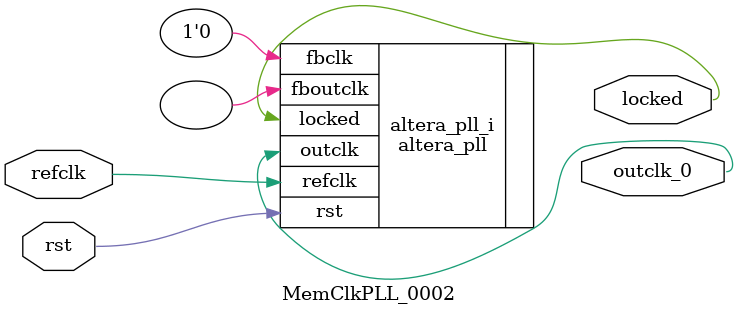
<source format=v>
`timescale 1ns/10ps
module  MemClkPLL_0002(

	// interface 'refclk'
	input wire refclk,

	// interface 'reset'
	input wire rst,

	// interface 'outclk0'
	output wire outclk_0,

	// interface 'locked'
	output wire locked
);

	altera_pll #(
		.fractional_vco_multiplier("false"),
		.reference_clock_frequency("50.0 MHz"),
		.operation_mode("direct"),
		.number_of_clocks(1),
		.output_clock_frequency0("50.000000 MHz"),
		.phase_shift0("10000 ps"),
		.duty_cycle0(50),
		.output_clock_frequency1("0 MHz"),
		.phase_shift1("0 ps"),
		.duty_cycle1(50),
		.output_clock_frequency2("0 MHz"),
		.phase_shift2("0 ps"),
		.duty_cycle2(50),
		.output_clock_frequency3("0 MHz"),
		.phase_shift3("0 ps"),
		.duty_cycle3(50),
		.output_clock_frequency4("0 MHz"),
		.phase_shift4("0 ps"),
		.duty_cycle4(50),
		.output_clock_frequency5("0 MHz"),
		.phase_shift5("0 ps"),
		.duty_cycle5(50),
		.output_clock_frequency6("0 MHz"),
		.phase_shift6("0 ps"),
		.duty_cycle6(50),
		.output_clock_frequency7("0 MHz"),
		.phase_shift7("0 ps"),
		.duty_cycle7(50),
		.output_clock_frequency8("0 MHz"),
		.phase_shift8("0 ps"),
		.duty_cycle8(50),
		.output_clock_frequency9("0 MHz"),
		.phase_shift9("0 ps"),
		.duty_cycle9(50),
		.output_clock_frequency10("0 MHz"),
		.phase_shift10("0 ps"),
		.duty_cycle10(50),
		.output_clock_frequency11("0 MHz"),
		.phase_shift11("0 ps"),
		.duty_cycle11(50),
		.output_clock_frequency12("0 MHz"),
		.phase_shift12("0 ps"),
		.duty_cycle12(50),
		.output_clock_frequency13("0 MHz"),
		.phase_shift13("0 ps"),
		.duty_cycle13(50),
		.output_clock_frequency14("0 MHz"),
		.phase_shift14("0 ps"),
		.duty_cycle14(50),
		.output_clock_frequency15("0 MHz"),
		.phase_shift15("0 ps"),
		.duty_cycle15(50),
		.output_clock_frequency16("0 MHz"),
		.phase_shift16("0 ps"),
		.duty_cycle16(50),
		.output_clock_frequency17("0 MHz"),
		.phase_shift17("0 ps"),
		.duty_cycle17(50),
		.pll_type("General"),
		.pll_subtype("General")
	) altera_pll_i (
		.rst	(rst),
		.outclk	({outclk_0}),
		.locked	(locked),
		.fboutclk	( ),
		.fbclk	(1'b0),
		.refclk	(refclk)
	);
endmodule


</source>
